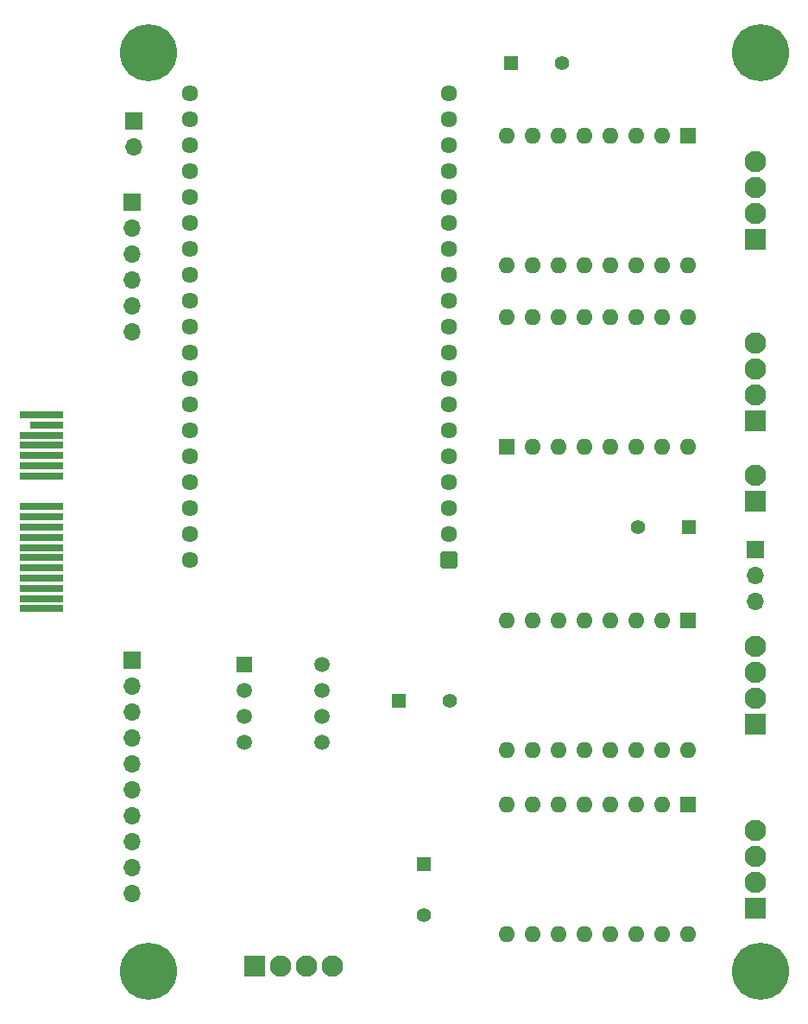
<source format=gbr>
%TF.GenerationSoftware,KiCad,Pcbnew,8.0.7*%
%TF.CreationDate,2025-01-17T12:14:06-05:00*%
%TF.ProjectId,BREAD_slice_v2,42524541-445f-4736-9c69-63655f76322e,rev?*%
%TF.SameCoordinates,Original*%
%TF.FileFunction,Soldermask,Bot*%
%TF.FilePolarity,Negative*%
%FSLAX46Y46*%
G04 Gerber Fmt 4.6, Leading zero omitted, Abs format (unit mm)*
G04 Created by KiCad (PCBNEW 8.0.7) date 2025-01-17 12:14:06*
%MOMM*%
%LPD*%
G01*
G04 APERTURE LIST*
G04 Aperture macros list*
%AMRoundRect*
0 Rectangle with rounded corners*
0 $1 Rounding radius*
0 $2 $3 $4 $5 $6 $7 $8 $9 X,Y pos of 4 corners*
0 Add a 4 corners polygon primitive as box body*
4,1,4,$2,$3,$4,$5,$6,$7,$8,$9,$2,$3,0*
0 Add four circle primitives for the rounded corners*
1,1,$1+$1,$2,$3*
1,1,$1+$1,$4,$5*
1,1,$1+$1,$6,$7*
1,1,$1+$1,$8,$9*
0 Add four rect primitives between the rounded corners*
20,1,$1+$1,$2,$3,$4,$5,0*
20,1,$1+$1,$4,$5,$6,$7,0*
20,1,$1+$1,$6,$7,$8,$9,0*
20,1,$1+$1,$8,$9,$2,$3,0*%
G04 Aperture macros list end*
%ADD10RoundRect,0.102000X0.704000X0.704000X-0.704000X0.704000X-0.704000X-0.704000X0.704000X-0.704000X0*%
%ADD11C,1.612000*%
%ADD12R,1.700000X1.700000*%
%ADD13O,1.700000X1.700000*%
%ADD14R,1.600000X1.600000*%
%ADD15O,1.600000X1.600000*%
%ADD16C,1.404000*%
%ADD17RoundRect,0.102000X-0.600000X-0.600000X0.600000X-0.600000X0.600000X0.600000X-0.600000X0.600000X0*%
%ADD18C,5.600000*%
%ADD19R,2.100000X2.100000*%
%ADD20C,2.100000*%
%ADD21R,1.498600X1.498600*%
%ADD22C,1.498600*%
%ADD23RoundRect,0.102000X-0.600000X0.600000X-0.600000X-0.600000X0.600000X-0.600000X0.600000X0.600000X0*%
%ADD24RoundRect,0.102000X0.600000X0.600000X-0.600000X0.600000X-0.600000X-0.600000X0.600000X-0.600000X0*%
%ADD25R,4.300000X0.700000*%
%ADD26R,3.200000X0.700000*%
G04 APERTURE END LIST*
D10*
%TO.C,U1*%
X164427500Y-104705000D03*
D11*
X164427500Y-102165000D03*
X164427500Y-99625000D03*
X164427500Y-97085000D03*
X164427500Y-94545000D03*
X164427500Y-92005000D03*
X164427500Y-89465000D03*
X164427500Y-86925000D03*
X164427500Y-84385000D03*
X164427500Y-81845000D03*
X164427500Y-79305000D03*
X164427500Y-76765000D03*
X164427500Y-74225000D03*
X164427500Y-71685000D03*
X164427500Y-69145000D03*
X164427500Y-66605000D03*
X164427500Y-64065000D03*
X164427500Y-61525000D03*
X164427500Y-58985000D03*
X139027500Y-104705000D03*
X139027500Y-102165000D03*
X139027500Y-99625000D03*
X139027500Y-97085000D03*
X139027500Y-94545000D03*
X139027500Y-92005000D03*
X139027500Y-89465000D03*
X139027500Y-86925000D03*
X139027500Y-84385000D03*
X139027500Y-81845000D03*
X139027500Y-79305000D03*
X139027500Y-76765000D03*
X139027500Y-74225000D03*
X139027500Y-71685000D03*
X139027500Y-69145000D03*
X139027500Y-66605000D03*
X139027500Y-64065000D03*
X139027500Y-61525000D03*
X139027500Y-58985000D03*
%TD*%
D12*
%TO.C,J4*%
X133400000Y-69675000D03*
D13*
X133400000Y-72215000D03*
X133400000Y-74755000D03*
X133400000Y-77295000D03*
X133400000Y-79835000D03*
X133400000Y-82375000D03*
%TD*%
D14*
%TO.C,A4*%
X187890000Y-110660000D03*
D15*
X185350000Y-110660000D03*
X182810000Y-110660000D03*
X180270000Y-110660000D03*
X177730000Y-110660000D03*
X175190000Y-110660000D03*
X172650000Y-110660000D03*
X170110000Y-110660000D03*
X170110000Y-123360000D03*
X172650000Y-123360000D03*
X175190000Y-123360000D03*
X177730000Y-123360000D03*
X180270000Y-123360000D03*
X182810000Y-123360000D03*
X185350000Y-123360000D03*
X187890000Y-123360000D03*
%TD*%
D16*
%TO.C,C4*%
X164500000Y-118500000D03*
D17*
X159500000Y-118500000D03*
%TD*%
D18*
%TO.C,H4*%
X195000000Y-145000000D03*
%TD*%
D19*
%TO.C,J10*%
X194500000Y-91120000D03*
D20*
X194500000Y-88580000D03*
X194500000Y-86040000D03*
X194500000Y-83500000D03*
%TD*%
D16*
%TO.C,C3*%
X175500000Y-56000000D03*
D17*
X170500000Y-56000000D03*
%TD*%
D19*
%TO.C,J2*%
X145420000Y-144500000D03*
D20*
X147960000Y-144500000D03*
X150500000Y-144500000D03*
X153040000Y-144500000D03*
%TD*%
D14*
%TO.C,A3*%
X187890000Y-128660000D03*
D15*
X185350000Y-128660000D03*
X182810000Y-128660000D03*
X180270000Y-128660000D03*
X177730000Y-128660000D03*
X175190000Y-128660000D03*
X172650000Y-128660000D03*
X170110000Y-128660000D03*
X170110000Y-141360000D03*
X172650000Y-141360000D03*
X175190000Y-141360000D03*
X177730000Y-141360000D03*
X180270000Y-141360000D03*
X182810000Y-141360000D03*
X185350000Y-141360000D03*
X187890000Y-141360000D03*
%TD*%
D21*
%TO.C,U2*%
X144380000Y-115000000D03*
D22*
X144380000Y-117540000D03*
X144380000Y-120080000D03*
X144380000Y-122620000D03*
X152000000Y-122620000D03*
X152000000Y-120080000D03*
X152000000Y-117540000D03*
X152000000Y-115000000D03*
%TD*%
D14*
%TO.C,A1*%
X170110000Y-93645000D03*
D15*
X172650000Y-93645000D03*
X175190000Y-93645000D03*
X177730000Y-93645000D03*
X180270000Y-93645000D03*
X182810000Y-93645000D03*
X185350000Y-93645000D03*
X187890000Y-93645000D03*
X187890000Y-80945000D03*
X185350000Y-80945000D03*
X182810000Y-80945000D03*
X180270000Y-80945000D03*
X177730000Y-80945000D03*
X175190000Y-80945000D03*
X172650000Y-80945000D03*
X170110000Y-80945000D03*
%TD*%
D19*
%TO.C,J11*%
X194500000Y-73315000D03*
D20*
X194500000Y-70775000D03*
X194500000Y-68235000D03*
X194500000Y-65695000D03*
%TD*%
D12*
%TO.C,J7*%
X133400000Y-114550000D03*
D13*
X133400000Y-117090000D03*
X133400000Y-119630000D03*
X133400000Y-122170000D03*
X133400000Y-124710000D03*
X133400000Y-127250000D03*
X133400000Y-129790000D03*
X133400000Y-132330000D03*
X133400000Y-134870000D03*
X133400000Y-137410000D03*
%TD*%
D18*
%TO.C,H2*%
X195000000Y-55000000D03*
%TD*%
D19*
%TO.C,J8*%
X194500000Y-138815000D03*
D20*
X194500000Y-136275000D03*
X194500000Y-133735000D03*
X194500000Y-131195000D03*
%TD*%
D12*
%TO.C,J6*%
X133525000Y-61750000D03*
D13*
X133525000Y-64290000D03*
%TD*%
D16*
%TO.C,C5*%
X162000000Y-139500000D03*
D23*
X162000000Y-134500000D03*
%TD*%
D12*
%TO.C,J3*%
X194500000Y-103680000D03*
D13*
X194500000Y-106220000D03*
X194500000Y-108760000D03*
%TD*%
D19*
%TO.C,J5*%
X194500000Y-99000000D03*
D20*
X194500000Y-96460000D03*
%TD*%
D16*
%TO.C,C2*%
X183000000Y-101500000D03*
D24*
X188000000Y-101500000D03*
%TD*%
D18*
%TO.C,H3*%
X135000000Y-145000000D03*
%TD*%
%TO.C,H1*%
X135000000Y-55000000D03*
%TD*%
D14*
%TO.C,A2*%
X187890000Y-63160000D03*
D15*
X185350000Y-63160000D03*
X182810000Y-63160000D03*
X180270000Y-63160000D03*
X177730000Y-63160000D03*
X175190000Y-63160000D03*
X172650000Y-63160000D03*
X170110000Y-63160000D03*
X170110000Y-75860000D03*
X172650000Y-75860000D03*
X175190000Y-75860000D03*
X177730000Y-75860000D03*
X180270000Y-75860000D03*
X182810000Y-75860000D03*
X185350000Y-75860000D03*
X187890000Y-75860000D03*
%TD*%
D19*
%TO.C,J9*%
X194500000Y-120815000D03*
D20*
X194500000Y-118275000D03*
X194500000Y-115735000D03*
X194500000Y-113195000D03*
%TD*%
D25*
%TO.C,J1*%
X124450000Y-109500000D03*
X124450000Y-108500000D03*
X124450000Y-107500000D03*
X124450000Y-106500000D03*
X124450000Y-105500000D03*
X124450000Y-104500000D03*
X124450000Y-103500000D03*
X124450000Y-102500000D03*
X124450000Y-101500000D03*
X124450000Y-100500000D03*
X124450000Y-99500000D03*
X124450000Y-96500000D03*
X124450000Y-95500000D03*
X124450000Y-94500000D03*
X124450000Y-93500000D03*
X124450000Y-92500000D03*
D26*
X125000000Y-91500000D03*
D25*
X124450000Y-90500000D03*
%TD*%
M02*

</source>
